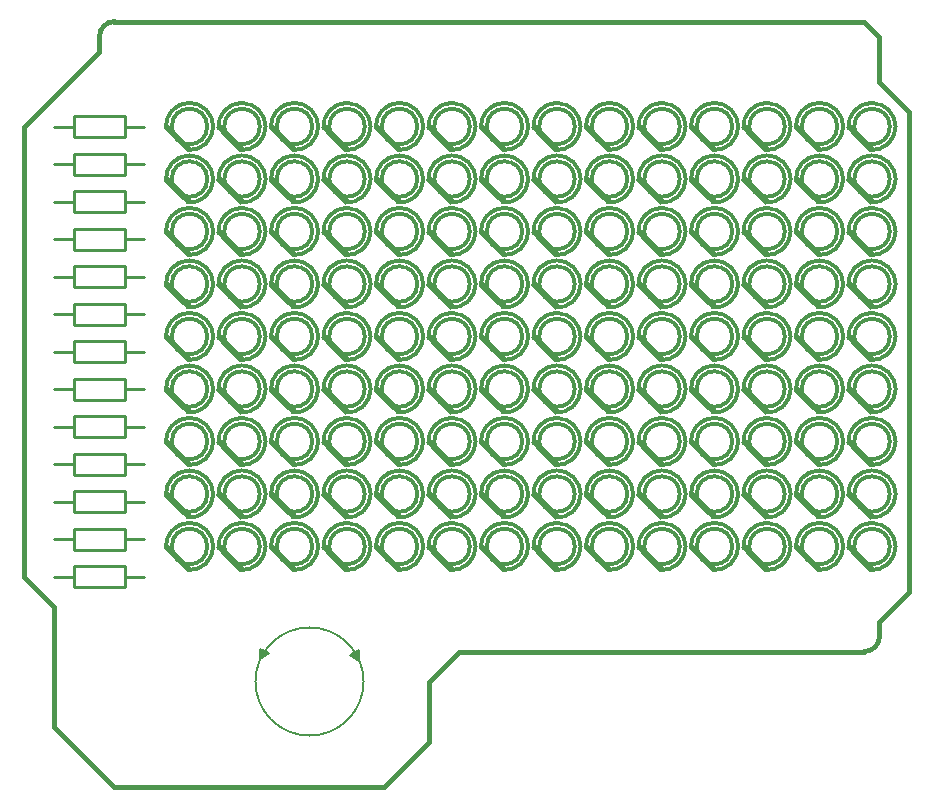
<source format=gbr>
G04 #@! TF.FileFunction,Legend,Top*
%FSLAX46Y46*%
G04 Gerber Fmt 4.6, Leading zero omitted, Abs format (unit mm)*
G04 Created by KiCad (PCBNEW 4.0.7) date 04/19/18 17:49:01*
%MOMM*%
%LPD*%
G01*
G04 APERTURE LIST*
%ADD10C,0.100000*%
%ADD11C,0.200000*%
%ADD12C,0.150000*%
%ADD13C,0.300000*%
%ADD14C,0.299720*%
%ADD15C,0.254000*%
%ADD16C,0.381000*%
G04 APERTURE END LIST*
D10*
D11*
X137929050Y-134620000D02*
G75*
G03X137929050Y-134620000I-4579050J0D01*
G01*
D12*
X136779000Y-132334000D02*
X137541000Y-132842000D01*
X137541000Y-131953000D02*
X136779000Y-132334000D01*
X137541000Y-132842000D02*
X137541000Y-131953000D01*
X137541000Y-132842000D02*
X137541000Y-131953000D01*
X137541000Y-131953000D02*
X136779000Y-132334000D01*
X136779000Y-132334000D02*
X137541000Y-132842000D01*
X136779000Y-132334000D02*
X137541000Y-132842000D01*
X137541000Y-131953000D02*
X136779000Y-132334000D01*
X137541000Y-132842000D02*
X137541000Y-131953000D01*
X137541000Y-132842000D02*
X137541000Y-131953000D01*
X137541000Y-131953000D02*
X136779000Y-132334000D01*
X136779000Y-132334000D02*
X137541000Y-132842000D01*
D13*
X137414000Y-132207000D02*
X137414000Y-132588000D01*
X137033000Y-132334000D02*
X137414000Y-132207000D01*
X137414000Y-132588000D02*
X137033000Y-132334000D01*
X129286000Y-132461000D02*
X129667000Y-132207000D01*
X129667000Y-132207000D02*
X129286000Y-132080000D01*
X129286000Y-132080000D02*
X129286000Y-132461000D01*
D12*
X129921000Y-132207000D02*
X129159000Y-132715000D01*
X129159000Y-131826000D02*
X129921000Y-132207000D01*
X129159000Y-132715000D02*
X129159000Y-131826000D01*
X129159000Y-132715000D02*
X129159000Y-131826000D01*
X129159000Y-131826000D02*
X129921000Y-132207000D01*
X129921000Y-132207000D02*
X129159000Y-132715000D01*
X129921000Y-132207000D02*
X129159000Y-132715000D01*
X129159000Y-131826000D02*
X129921000Y-132207000D01*
X129159000Y-132715000D02*
X129159000Y-131826000D01*
X129159000Y-132715000D02*
X129159000Y-131826000D01*
X129159000Y-131826000D02*
X129921000Y-132207000D01*
X129921000Y-132207000D02*
X129159000Y-132715000D01*
D14*
X123049908Y-125183617D02*
G75*
G03X125183617Y-123330092I140092J1993617D01*
G01*
X123069665Y-121187403D02*
G75*
G03X121187403Y-123310335I120335J-2002597D01*
G01*
X124603492Y-124603492D02*
G75*
G03X124603492Y-121776508I-1413492J1413492D01*
G01*
X124603492Y-121776508D02*
G75*
G03X121776508Y-121776508I-1413492J-1413492D01*
G01*
X121208955Y-123048112D02*
X123331888Y-125171045D01*
X121208955Y-123331888D02*
X123048112Y-125171045D01*
X124691140Y-123190000D02*
G75*
G03X124691140Y-123190000I-1501140J0D01*
G01*
X123049908Y-89623617D02*
G75*
G03X125183617Y-87770092I140092J1993617D01*
G01*
X123069665Y-85627403D02*
G75*
G03X121187403Y-87750335I120335J-2002597D01*
G01*
X124603492Y-89043492D02*
G75*
G03X124603492Y-86216508I-1413492J1413492D01*
G01*
X124603492Y-86216508D02*
G75*
G03X121776508Y-86216508I-1413492J-1413492D01*
G01*
X121208955Y-87488112D02*
X123331888Y-89611045D01*
X121208955Y-87771888D02*
X123048112Y-89611045D01*
X124691140Y-87630000D02*
G75*
G03X124691140Y-87630000I-1501140J0D01*
G01*
X127494908Y-89623617D02*
G75*
G03X129628617Y-87770092I140092J1993617D01*
G01*
X127514665Y-85627403D02*
G75*
G03X125632403Y-87750335I120335J-2002597D01*
G01*
X129048492Y-89043492D02*
G75*
G03X129048492Y-86216508I-1413492J1413492D01*
G01*
X129048492Y-86216508D02*
G75*
G03X126221508Y-86216508I-1413492J-1413492D01*
G01*
X125653955Y-87488112D02*
X127776888Y-89611045D01*
X125653955Y-87771888D02*
X127493112Y-89611045D01*
X129136140Y-87630000D02*
G75*
G03X129136140Y-87630000I-1501140J0D01*
G01*
X131939908Y-89623617D02*
G75*
G03X134073617Y-87770092I140092J1993617D01*
G01*
X131959665Y-85627403D02*
G75*
G03X130077403Y-87750335I120335J-2002597D01*
G01*
X133493492Y-89043492D02*
G75*
G03X133493492Y-86216508I-1413492J1413492D01*
G01*
X133493492Y-86216508D02*
G75*
G03X130666508Y-86216508I-1413492J-1413492D01*
G01*
X130098955Y-87488112D02*
X132221888Y-89611045D01*
X130098955Y-87771888D02*
X131938112Y-89611045D01*
X133581140Y-87630000D02*
G75*
G03X133581140Y-87630000I-1501140J0D01*
G01*
X136384908Y-89623617D02*
G75*
G03X138518617Y-87770092I140092J1993617D01*
G01*
X136404665Y-85627403D02*
G75*
G03X134522403Y-87750335I120335J-2002597D01*
G01*
X137938492Y-89043492D02*
G75*
G03X137938492Y-86216508I-1413492J1413492D01*
G01*
X137938492Y-86216508D02*
G75*
G03X135111508Y-86216508I-1413492J-1413492D01*
G01*
X134543955Y-87488112D02*
X136666888Y-89611045D01*
X134543955Y-87771888D02*
X136383112Y-89611045D01*
X138026140Y-87630000D02*
G75*
G03X138026140Y-87630000I-1501140J0D01*
G01*
X140829908Y-89623617D02*
G75*
G03X142963617Y-87770092I140092J1993617D01*
G01*
X140849665Y-85627403D02*
G75*
G03X138967403Y-87750335I120335J-2002597D01*
G01*
X142383492Y-89043492D02*
G75*
G03X142383492Y-86216508I-1413492J1413492D01*
G01*
X142383492Y-86216508D02*
G75*
G03X139556508Y-86216508I-1413492J-1413492D01*
G01*
X138988955Y-87488112D02*
X141111888Y-89611045D01*
X138988955Y-87771888D02*
X140828112Y-89611045D01*
X142471140Y-87630000D02*
G75*
G03X142471140Y-87630000I-1501140J0D01*
G01*
X145274908Y-89623617D02*
G75*
G03X147408617Y-87770092I140092J1993617D01*
G01*
X145294665Y-85627403D02*
G75*
G03X143412403Y-87750335I120335J-2002597D01*
G01*
X146828492Y-89043492D02*
G75*
G03X146828492Y-86216508I-1413492J1413492D01*
G01*
X146828492Y-86216508D02*
G75*
G03X144001508Y-86216508I-1413492J-1413492D01*
G01*
X143433955Y-87488112D02*
X145556888Y-89611045D01*
X143433955Y-87771888D02*
X145273112Y-89611045D01*
X146916140Y-87630000D02*
G75*
G03X146916140Y-87630000I-1501140J0D01*
G01*
X149719908Y-89623617D02*
G75*
G03X151853617Y-87770092I140092J1993617D01*
G01*
X149739665Y-85627403D02*
G75*
G03X147857403Y-87750335I120335J-2002597D01*
G01*
X151273492Y-89043492D02*
G75*
G03X151273492Y-86216508I-1413492J1413492D01*
G01*
X151273492Y-86216508D02*
G75*
G03X148446508Y-86216508I-1413492J-1413492D01*
G01*
X147878955Y-87488112D02*
X150001888Y-89611045D01*
X147878955Y-87771888D02*
X149718112Y-89611045D01*
X151361140Y-87630000D02*
G75*
G03X151361140Y-87630000I-1501140J0D01*
G01*
X154164908Y-89623617D02*
G75*
G03X156298617Y-87770092I140092J1993617D01*
G01*
X154184665Y-85627403D02*
G75*
G03X152302403Y-87750335I120335J-2002597D01*
G01*
X155718492Y-89043492D02*
G75*
G03X155718492Y-86216508I-1413492J1413492D01*
G01*
X155718492Y-86216508D02*
G75*
G03X152891508Y-86216508I-1413492J-1413492D01*
G01*
X152323955Y-87488112D02*
X154446888Y-89611045D01*
X152323955Y-87771888D02*
X154163112Y-89611045D01*
X155806140Y-87630000D02*
G75*
G03X155806140Y-87630000I-1501140J0D01*
G01*
X158609908Y-89623617D02*
G75*
G03X160743617Y-87770092I140092J1993617D01*
G01*
X158629665Y-85627403D02*
G75*
G03X156747403Y-87750335I120335J-2002597D01*
G01*
X160163492Y-89043492D02*
G75*
G03X160163492Y-86216508I-1413492J1413492D01*
G01*
X160163492Y-86216508D02*
G75*
G03X157336508Y-86216508I-1413492J-1413492D01*
G01*
X156768955Y-87488112D02*
X158891888Y-89611045D01*
X156768955Y-87771888D02*
X158608112Y-89611045D01*
X160251140Y-87630000D02*
G75*
G03X160251140Y-87630000I-1501140J0D01*
G01*
X163054908Y-89623617D02*
G75*
G03X165188617Y-87770092I140092J1993617D01*
G01*
X163074665Y-85627403D02*
G75*
G03X161192403Y-87750335I120335J-2002597D01*
G01*
X164608492Y-89043492D02*
G75*
G03X164608492Y-86216508I-1413492J1413492D01*
G01*
X164608492Y-86216508D02*
G75*
G03X161781508Y-86216508I-1413492J-1413492D01*
G01*
X161213955Y-87488112D02*
X163336888Y-89611045D01*
X161213955Y-87771888D02*
X163053112Y-89611045D01*
X164696140Y-87630000D02*
G75*
G03X164696140Y-87630000I-1501140J0D01*
G01*
X167499908Y-89623617D02*
G75*
G03X169633617Y-87770092I140092J1993617D01*
G01*
X167519665Y-85627403D02*
G75*
G03X165637403Y-87750335I120335J-2002597D01*
G01*
X169053492Y-89043492D02*
G75*
G03X169053492Y-86216508I-1413492J1413492D01*
G01*
X169053492Y-86216508D02*
G75*
G03X166226508Y-86216508I-1413492J-1413492D01*
G01*
X165658955Y-87488112D02*
X167781888Y-89611045D01*
X165658955Y-87771888D02*
X167498112Y-89611045D01*
X169141140Y-87630000D02*
G75*
G03X169141140Y-87630000I-1501140J0D01*
G01*
X171944908Y-89623617D02*
G75*
G03X174078617Y-87770092I140092J1993617D01*
G01*
X171964665Y-85627403D02*
G75*
G03X170082403Y-87750335I120335J-2002597D01*
G01*
X173498492Y-89043492D02*
G75*
G03X173498492Y-86216508I-1413492J1413492D01*
G01*
X173498492Y-86216508D02*
G75*
G03X170671508Y-86216508I-1413492J-1413492D01*
G01*
X170103955Y-87488112D02*
X172226888Y-89611045D01*
X170103955Y-87771888D02*
X171943112Y-89611045D01*
X173586140Y-87630000D02*
G75*
G03X173586140Y-87630000I-1501140J0D01*
G01*
X176389908Y-89623617D02*
G75*
G03X178523617Y-87770092I140092J1993617D01*
G01*
X176409665Y-85627403D02*
G75*
G03X174527403Y-87750335I120335J-2002597D01*
G01*
X177943492Y-89043492D02*
G75*
G03X177943492Y-86216508I-1413492J1413492D01*
G01*
X177943492Y-86216508D02*
G75*
G03X175116508Y-86216508I-1413492J-1413492D01*
G01*
X174548955Y-87488112D02*
X176671888Y-89611045D01*
X174548955Y-87771888D02*
X176388112Y-89611045D01*
X178031140Y-87630000D02*
G75*
G03X178031140Y-87630000I-1501140J0D01*
G01*
X180834908Y-89623617D02*
G75*
G03X182968617Y-87770092I140092J1993617D01*
G01*
X180854665Y-85627403D02*
G75*
G03X178972403Y-87750335I120335J-2002597D01*
G01*
X182388492Y-89043492D02*
G75*
G03X182388492Y-86216508I-1413492J1413492D01*
G01*
X182388492Y-86216508D02*
G75*
G03X179561508Y-86216508I-1413492J-1413492D01*
G01*
X178993955Y-87488112D02*
X181116888Y-89611045D01*
X178993955Y-87771888D02*
X180833112Y-89611045D01*
X182476140Y-87630000D02*
G75*
G03X182476140Y-87630000I-1501140J0D01*
G01*
X123049908Y-94068617D02*
G75*
G03X125183617Y-92215092I140092J1993617D01*
G01*
X123069665Y-90072403D02*
G75*
G03X121187403Y-92195335I120335J-2002597D01*
G01*
X124603492Y-93488492D02*
G75*
G03X124603492Y-90661508I-1413492J1413492D01*
G01*
X124603492Y-90661508D02*
G75*
G03X121776508Y-90661508I-1413492J-1413492D01*
G01*
X121208955Y-91933112D02*
X123331888Y-94056045D01*
X121208955Y-92216888D02*
X123048112Y-94056045D01*
X124691140Y-92075000D02*
G75*
G03X124691140Y-92075000I-1501140J0D01*
G01*
X127494908Y-94068617D02*
G75*
G03X129628617Y-92215092I140092J1993617D01*
G01*
X127514665Y-90072403D02*
G75*
G03X125632403Y-92195335I120335J-2002597D01*
G01*
X129048492Y-93488492D02*
G75*
G03X129048492Y-90661508I-1413492J1413492D01*
G01*
X129048492Y-90661508D02*
G75*
G03X126221508Y-90661508I-1413492J-1413492D01*
G01*
X125653955Y-91933112D02*
X127776888Y-94056045D01*
X125653955Y-92216888D02*
X127493112Y-94056045D01*
X129136140Y-92075000D02*
G75*
G03X129136140Y-92075000I-1501140J0D01*
G01*
X131939908Y-94068617D02*
G75*
G03X134073617Y-92215092I140092J1993617D01*
G01*
X131959665Y-90072403D02*
G75*
G03X130077403Y-92195335I120335J-2002597D01*
G01*
X133493492Y-93488492D02*
G75*
G03X133493492Y-90661508I-1413492J1413492D01*
G01*
X133493492Y-90661508D02*
G75*
G03X130666508Y-90661508I-1413492J-1413492D01*
G01*
X130098955Y-91933112D02*
X132221888Y-94056045D01*
X130098955Y-92216888D02*
X131938112Y-94056045D01*
X133581140Y-92075000D02*
G75*
G03X133581140Y-92075000I-1501140J0D01*
G01*
X136384908Y-94068617D02*
G75*
G03X138518617Y-92215092I140092J1993617D01*
G01*
X136404665Y-90072403D02*
G75*
G03X134522403Y-92195335I120335J-2002597D01*
G01*
X137938492Y-93488492D02*
G75*
G03X137938492Y-90661508I-1413492J1413492D01*
G01*
X137938492Y-90661508D02*
G75*
G03X135111508Y-90661508I-1413492J-1413492D01*
G01*
X134543955Y-91933112D02*
X136666888Y-94056045D01*
X134543955Y-92216888D02*
X136383112Y-94056045D01*
X138026140Y-92075000D02*
G75*
G03X138026140Y-92075000I-1501140J0D01*
G01*
X140829908Y-94068617D02*
G75*
G03X142963617Y-92215092I140092J1993617D01*
G01*
X140849665Y-90072403D02*
G75*
G03X138967403Y-92195335I120335J-2002597D01*
G01*
X142383492Y-93488492D02*
G75*
G03X142383492Y-90661508I-1413492J1413492D01*
G01*
X142383492Y-90661508D02*
G75*
G03X139556508Y-90661508I-1413492J-1413492D01*
G01*
X138988955Y-91933112D02*
X141111888Y-94056045D01*
X138988955Y-92216888D02*
X140828112Y-94056045D01*
X142471140Y-92075000D02*
G75*
G03X142471140Y-92075000I-1501140J0D01*
G01*
X145274908Y-94068617D02*
G75*
G03X147408617Y-92215092I140092J1993617D01*
G01*
X145294665Y-90072403D02*
G75*
G03X143412403Y-92195335I120335J-2002597D01*
G01*
X146828492Y-93488492D02*
G75*
G03X146828492Y-90661508I-1413492J1413492D01*
G01*
X146828492Y-90661508D02*
G75*
G03X144001508Y-90661508I-1413492J-1413492D01*
G01*
X143433955Y-91933112D02*
X145556888Y-94056045D01*
X143433955Y-92216888D02*
X145273112Y-94056045D01*
X146916140Y-92075000D02*
G75*
G03X146916140Y-92075000I-1501140J0D01*
G01*
X149719908Y-94068617D02*
G75*
G03X151853617Y-92215092I140092J1993617D01*
G01*
X149739665Y-90072403D02*
G75*
G03X147857403Y-92195335I120335J-2002597D01*
G01*
X151273492Y-93488492D02*
G75*
G03X151273492Y-90661508I-1413492J1413492D01*
G01*
X151273492Y-90661508D02*
G75*
G03X148446508Y-90661508I-1413492J-1413492D01*
G01*
X147878955Y-91933112D02*
X150001888Y-94056045D01*
X147878955Y-92216888D02*
X149718112Y-94056045D01*
X151361140Y-92075000D02*
G75*
G03X151361140Y-92075000I-1501140J0D01*
G01*
X154164908Y-94068617D02*
G75*
G03X156298617Y-92215092I140092J1993617D01*
G01*
X154184665Y-90072403D02*
G75*
G03X152302403Y-92195335I120335J-2002597D01*
G01*
X155718492Y-93488492D02*
G75*
G03X155718492Y-90661508I-1413492J1413492D01*
G01*
X155718492Y-90661508D02*
G75*
G03X152891508Y-90661508I-1413492J-1413492D01*
G01*
X152323955Y-91933112D02*
X154446888Y-94056045D01*
X152323955Y-92216888D02*
X154163112Y-94056045D01*
X155806140Y-92075000D02*
G75*
G03X155806140Y-92075000I-1501140J0D01*
G01*
X158609908Y-94068617D02*
G75*
G03X160743617Y-92215092I140092J1993617D01*
G01*
X158629665Y-90072403D02*
G75*
G03X156747403Y-92195335I120335J-2002597D01*
G01*
X160163492Y-93488492D02*
G75*
G03X160163492Y-90661508I-1413492J1413492D01*
G01*
X160163492Y-90661508D02*
G75*
G03X157336508Y-90661508I-1413492J-1413492D01*
G01*
X156768955Y-91933112D02*
X158891888Y-94056045D01*
X156768955Y-92216888D02*
X158608112Y-94056045D01*
X160251140Y-92075000D02*
G75*
G03X160251140Y-92075000I-1501140J0D01*
G01*
X163054908Y-94068617D02*
G75*
G03X165188617Y-92215092I140092J1993617D01*
G01*
X163074665Y-90072403D02*
G75*
G03X161192403Y-92195335I120335J-2002597D01*
G01*
X164608492Y-93488492D02*
G75*
G03X164608492Y-90661508I-1413492J1413492D01*
G01*
X164608492Y-90661508D02*
G75*
G03X161781508Y-90661508I-1413492J-1413492D01*
G01*
X161213955Y-91933112D02*
X163336888Y-94056045D01*
X161213955Y-92216888D02*
X163053112Y-94056045D01*
X164696140Y-92075000D02*
G75*
G03X164696140Y-92075000I-1501140J0D01*
G01*
X167499908Y-94068617D02*
G75*
G03X169633617Y-92215092I140092J1993617D01*
G01*
X167519665Y-90072403D02*
G75*
G03X165637403Y-92195335I120335J-2002597D01*
G01*
X169053492Y-93488492D02*
G75*
G03X169053492Y-90661508I-1413492J1413492D01*
G01*
X169053492Y-90661508D02*
G75*
G03X166226508Y-90661508I-1413492J-1413492D01*
G01*
X165658955Y-91933112D02*
X167781888Y-94056045D01*
X165658955Y-92216888D02*
X167498112Y-94056045D01*
X169141140Y-92075000D02*
G75*
G03X169141140Y-92075000I-1501140J0D01*
G01*
X171944908Y-94068617D02*
G75*
G03X174078617Y-92215092I140092J1993617D01*
G01*
X171964665Y-90072403D02*
G75*
G03X170082403Y-92195335I120335J-2002597D01*
G01*
X173498492Y-93488492D02*
G75*
G03X173498492Y-90661508I-1413492J1413492D01*
G01*
X173498492Y-90661508D02*
G75*
G03X170671508Y-90661508I-1413492J-1413492D01*
G01*
X170103955Y-91933112D02*
X172226888Y-94056045D01*
X170103955Y-92216888D02*
X171943112Y-94056045D01*
X173586140Y-92075000D02*
G75*
G03X173586140Y-92075000I-1501140J0D01*
G01*
X176389908Y-94068617D02*
G75*
G03X178523617Y-92215092I140092J1993617D01*
G01*
X176409665Y-90072403D02*
G75*
G03X174527403Y-92195335I120335J-2002597D01*
G01*
X177943492Y-93488492D02*
G75*
G03X177943492Y-90661508I-1413492J1413492D01*
G01*
X177943492Y-90661508D02*
G75*
G03X175116508Y-90661508I-1413492J-1413492D01*
G01*
X174548955Y-91933112D02*
X176671888Y-94056045D01*
X174548955Y-92216888D02*
X176388112Y-94056045D01*
X178031140Y-92075000D02*
G75*
G03X178031140Y-92075000I-1501140J0D01*
G01*
X180834908Y-94068617D02*
G75*
G03X182968617Y-92215092I140092J1993617D01*
G01*
X180854665Y-90072403D02*
G75*
G03X178972403Y-92195335I120335J-2002597D01*
G01*
X182388492Y-93488492D02*
G75*
G03X182388492Y-90661508I-1413492J1413492D01*
G01*
X182388492Y-90661508D02*
G75*
G03X179561508Y-90661508I-1413492J-1413492D01*
G01*
X178993955Y-91933112D02*
X181116888Y-94056045D01*
X178993955Y-92216888D02*
X180833112Y-94056045D01*
X182476140Y-92075000D02*
G75*
G03X182476140Y-92075000I-1501140J0D01*
G01*
X123049908Y-98513617D02*
G75*
G03X125183617Y-96660092I140092J1993617D01*
G01*
X123069665Y-94517403D02*
G75*
G03X121187403Y-96640335I120335J-2002597D01*
G01*
X124603492Y-97933492D02*
G75*
G03X124603492Y-95106508I-1413492J1413492D01*
G01*
X124603492Y-95106508D02*
G75*
G03X121776508Y-95106508I-1413492J-1413492D01*
G01*
X121208955Y-96378112D02*
X123331888Y-98501045D01*
X121208955Y-96661888D02*
X123048112Y-98501045D01*
X124691140Y-96520000D02*
G75*
G03X124691140Y-96520000I-1501140J0D01*
G01*
X127494908Y-98513617D02*
G75*
G03X129628617Y-96660092I140092J1993617D01*
G01*
X127514665Y-94517403D02*
G75*
G03X125632403Y-96640335I120335J-2002597D01*
G01*
X129048492Y-97933492D02*
G75*
G03X129048492Y-95106508I-1413492J1413492D01*
G01*
X129048492Y-95106508D02*
G75*
G03X126221508Y-95106508I-1413492J-1413492D01*
G01*
X125653955Y-96378112D02*
X127776888Y-98501045D01*
X125653955Y-96661888D02*
X127493112Y-98501045D01*
X129136140Y-96520000D02*
G75*
G03X129136140Y-96520000I-1501140J0D01*
G01*
X131939908Y-98513617D02*
G75*
G03X134073617Y-96660092I140092J1993617D01*
G01*
X131959665Y-94517403D02*
G75*
G03X130077403Y-96640335I120335J-2002597D01*
G01*
X133493492Y-97933492D02*
G75*
G03X133493492Y-95106508I-1413492J1413492D01*
G01*
X133493492Y-95106508D02*
G75*
G03X130666508Y-95106508I-1413492J-1413492D01*
G01*
X130098955Y-96378112D02*
X132221888Y-98501045D01*
X130098955Y-96661888D02*
X131938112Y-98501045D01*
X133581140Y-96520000D02*
G75*
G03X133581140Y-96520000I-1501140J0D01*
G01*
X136384908Y-98513617D02*
G75*
G03X138518617Y-96660092I140092J1993617D01*
G01*
X136404665Y-94517403D02*
G75*
G03X134522403Y-96640335I120335J-2002597D01*
G01*
X137938492Y-97933492D02*
G75*
G03X137938492Y-95106508I-1413492J1413492D01*
G01*
X137938492Y-95106508D02*
G75*
G03X135111508Y-95106508I-1413492J-1413492D01*
G01*
X134543955Y-96378112D02*
X136666888Y-98501045D01*
X134543955Y-96661888D02*
X136383112Y-98501045D01*
X138026140Y-96520000D02*
G75*
G03X138026140Y-96520000I-1501140J0D01*
G01*
X140829908Y-98513617D02*
G75*
G03X142963617Y-96660092I140092J1993617D01*
G01*
X140849665Y-94517403D02*
G75*
G03X138967403Y-96640335I120335J-2002597D01*
G01*
X142383492Y-97933492D02*
G75*
G03X142383492Y-95106508I-1413492J1413492D01*
G01*
X142383492Y-95106508D02*
G75*
G03X139556508Y-95106508I-1413492J-1413492D01*
G01*
X138988955Y-96378112D02*
X141111888Y-98501045D01*
X138988955Y-96661888D02*
X140828112Y-98501045D01*
X142471140Y-96520000D02*
G75*
G03X142471140Y-96520000I-1501140J0D01*
G01*
X145274908Y-98513617D02*
G75*
G03X147408617Y-96660092I140092J1993617D01*
G01*
X145294665Y-94517403D02*
G75*
G03X143412403Y-96640335I120335J-2002597D01*
G01*
X146828492Y-97933492D02*
G75*
G03X146828492Y-95106508I-1413492J1413492D01*
G01*
X146828492Y-95106508D02*
G75*
G03X144001508Y-95106508I-1413492J-1413492D01*
G01*
X143433955Y-96378112D02*
X145556888Y-98501045D01*
X143433955Y-96661888D02*
X145273112Y-98501045D01*
X146916140Y-96520000D02*
G75*
G03X146916140Y-96520000I-1501140J0D01*
G01*
X149719908Y-98513617D02*
G75*
G03X151853617Y-96660092I140092J1993617D01*
G01*
X149739665Y-94517403D02*
G75*
G03X147857403Y-96640335I120335J-2002597D01*
G01*
X151273492Y-97933492D02*
G75*
G03X151273492Y-95106508I-1413492J1413492D01*
G01*
X151273492Y-95106508D02*
G75*
G03X148446508Y-95106508I-1413492J-1413492D01*
G01*
X147878955Y-96378112D02*
X150001888Y-98501045D01*
X147878955Y-96661888D02*
X149718112Y-98501045D01*
X151361140Y-96520000D02*
G75*
G03X151361140Y-96520000I-1501140J0D01*
G01*
X154164908Y-98513617D02*
G75*
G03X156298617Y-96660092I140092J1993617D01*
G01*
X154184665Y-94517403D02*
G75*
G03X152302403Y-96640335I120335J-2002597D01*
G01*
X155718492Y-97933492D02*
G75*
G03X155718492Y-95106508I-1413492J1413492D01*
G01*
X155718492Y-95106508D02*
G75*
G03X152891508Y-95106508I-1413492J-1413492D01*
G01*
X152323955Y-96378112D02*
X154446888Y-98501045D01*
X152323955Y-96661888D02*
X154163112Y-98501045D01*
X155806140Y-96520000D02*
G75*
G03X155806140Y-96520000I-1501140J0D01*
G01*
X158609908Y-98513617D02*
G75*
G03X160743617Y-96660092I140092J1993617D01*
G01*
X158629665Y-94517403D02*
G75*
G03X156747403Y-96640335I120335J-2002597D01*
G01*
X160163492Y-97933492D02*
G75*
G03X160163492Y-95106508I-1413492J1413492D01*
G01*
X160163492Y-95106508D02*
G75*
G03X157336508Y-95106508I-1413492J-1413492D01*
G01*
X156768955Y-96378112D02*
X158891888Y-98501045D01*
X156768955Y-96661888D02*
X158608112Y-98501045D01*
X160251140Y-96520000D02*
G75*
G03X160251140Y-96520000I-1501140J0D01*
G01*
X163054908Y-98513617D02*
G75*
G03X165188617Y-96660092I140092J1993617D01*
G01*
X163074665Y-94517403D02*
G75*
G03X161192403Y-96640335I120335J-2002597D01*
G01*
X164608492Y-97933492D02*
G75*
G03X164608492Y-95106508I-1413492J1413492D01*
G01*
X164608492Y-95106508D02*
G75*
G03X161781508Y-95106508I-1413492J-1413492D01*
G01*
X161213955Y-96378112D02*
X163336888Y-98501045D01*
X161213955Y-96661888D02*
X163053112Y-98501045D01*
X164696140Y-96520000D02*
G75*
G03X164696140Y-96520000I-1501140J0D01*
G01*
X167499908Y-98513617D02*
G75*
G03X169633617Y-96660092I140092J1993617D01*
G01*
X167519665Y-94517403D02*
G75*
G03X165637403Y-96640335I120335J-2002597D01*
G01*
X169053492Y-97933492D02*
G75*
G03X169053492Y-95106508I-1413492J1413492D01*
G01*
X169053492Y-95106508D02*
G75*
G03X166226508Y-95106508I-1413492J-1413492D01*
G01*
X165658955Y-96378112D02*
X167781888Y-98501045D01*
X165658955Y-96661888D02*
X167498112Y-98501045D01*
X169141140Y-96520000D02*
G75*
G03X169141140Y-96520000I-1501140J0D01*
G01*
X171944908Y-98513617D02*
G75*
G03X174078617Y-96660092I140092J1993617D01*
G01*
X171964665Y-94517403D02*
G75*
G03X170082403Y-96640335I120335J-2002597D01*
G01*
X173498492Y-97933492D02*
G75*
G03X173498492Y-95106508I-1413492J1413492D01*
G01*
X173498492Y-95106508D02*
G75*
G03X170671508Y-95106508I-1413492J-1413492D01*
G01*
X170103955Y-96378112D02*
X172226888Y-98501045D01*
X170103955Y-96661888D02*
X171943112Y-98501045D01*
X173586140Y-96520000D02*
G75*
G03X173586140Y-96520000I-1501140J0D01*
G01*
X176389908Y-98513617D02*
G75*
G03X178523617Y-96660092I140092J1993617D01*
G01*
X176409665Y-94517403D02*
G75*
G03X174527403Y-96640335I120335J-2002597D01*
G01*
X177943492Y-97933492D02*
G75*
G03X177943492Y-95106508I-1413492J1413492D01*
G01*
X177943492Y-95106508D02*
G75*
G03X175116508Y-95106508I-1413492J-1413492D01*
G01*
X174548955Y-96378112D02*
X176671888Y-98501045D01*
X174548955Y-96661888D02*
X176388112Y-98501045D01*
X178031140Y-96520000D02*
G75*
G03X178031140Y-96520000I-1501140J0D01*
G01*
X180834908Y-98513617D02*
G75*
G03X182968617Y-96660092I140092J1993617D01*
G01*
X180854665Y-94517403D02*
G75*
G03X178972403Y-96640335I120335J-2002597D01*
G01*
X182388492Y-97933492D02*
G75*
G03X182388492Y-95106508I-1413492J1413492D01*
G01*
X182388492Y-95106508D02*
G75*
G03X179561508Y-95106508I-1413492J-1413492D01*
G01*
X178993955Y-96378112D02*
X181116888Y-98501045D01*
X178993955Y-96661888D02*
X180833112Y-98501045D01*
X182476140Y-96520000D02*
G75*
G03X182476140Y-96520000I-1501140J0D01*
G01*
X123049908Y-102958617D02*
G75*
G03X125183617Y-101105092I140092J1993617D01*
G01*
X123069665Y-98962403D02*
G75*
G03X121187403Y-101085335I120335J-2002597D01*
G01*
X124603492Y-102378492D02*
G75*
G03X124603492Y-99551508I-1413492J1413492D01*
G01*
X124603492Y-99551508D02*
G75*
G03X121776508Y-99551508I-1413492J-1413492D01*
G01*
X121208955Y-100823112D02*
X123331888Y-102946045D01*
X121208955Y-101106888D02*
X123048112Y-102946045D01*
X124691140Y-100965000D02*
G75*
G03X124691140Y-100965000I-1501140J0D01*
G01*
X127494908Y-102958617D02*
G75*
G03X129628617Y-101105092I140092J1993617D01*
G01*
X127514665Y-98962403D02*
G75*
G03X125632403Y-101085335I120335J-2002597D01*
G01*
X129048492Y-102378492D02*
G75*
G03X129048492Y-99551508I-1413492J1413492D01*
G01*
X129048492Y-99551508D02*
G75*
G03X126221508Y-99551508I-1413492J-1413492D01*
G01*
X125653955Y-100823112D02*
X127776888Y-102946045D01*
X125653955Y-101106888D02*
X127493112Y-102946045D01*
X129136140Y-100965000D02*
G75*
G03X129136140Y-100965000I-1501140J0D01*
G01*
X131939908Y-102958617D02*
G75*
G03X134073617Y-101105092I140092J1993617D01*
G01*
X131959665Y-98962403D02*
G75*
G03X130077403Y-101085335I120335J-2002597D01*
G01*
X133493492Y-102378492D02*
G75*
G03X133493492Y-99551508I-1413492J1413492D01*
G01*
X133493492Y-99551508D02*
G75*
G03X130666508Y-99551508I-1413492J-1413492D01*
G01*
X130098955Y-100823112D02*
X132221888Y-102946045D01*
X130098955Y-101106888D02*
X131938112Y-102946045D01*
X133581140Y-100965000D02*
G75*
G03X133581140Y-100965000I-1501140J0D01*
G01*
X136384908Y-102958617D02*
G75*
G03X138518617Y-101105092I140092J1993617D01*
G01*
X136404665Y-98962403D02*
G75*
G03X134522403Y-101085335I120335J-2002597D01*
G01*
X137938492Y-102378492D02*
G75*
G03X137938492Y-99551508I-1413492J1413492D01*
G01*
X137938492Y-99551508D02*
G75*
G03X135111508Y-99551508I-1413492J-1413492D01*
G01*
X134543955Y-100823112D02*
X136666888Y-102946045D01*
X134543955Y-101106888D02*
X136383112Y-102946045D01*
X138026140Y-100965000D02*
G75*
G03X138026140Y-100965000I-1501140J0D01*
G01*
X140829908Y-102958617D02*
G75*
G03X142963617Y-101105092I140092J1993617D01*
G01*
X140849665Y-98962403D02*
G75*
G03X138967403Y-101085335I120335J-2002597D01*
G01*
X142383492Y-102378492D02*
G75*
G03X142383492Y-99551508I-1413492J1413492D01*
G01*
X142383492Y-99551508D02*
G75*
G03X139556508Y-99551508I-1413492J-1413492D01*
G01*
X138988955Y-100823112D02*
X141111888Y-102946045D01*
X138988955Y-101106888D02*
X140828112Y-102946045D01*
X142471140Y-100965000D02*
G75*
G03X142471140Y-100965000I-1501140J0D01*
G01*
X145274908Y-102958617D02*
G75*
G03X147408617Y-101105092I140092J1993617D01*
G01*
X145294665Y-98962403D02*
G75*
G03X143412403Y-101085335I120335J-2002597D01*
G01*
X146828492Y-102378492D02*
G75*
G03X146828492Y-99551508I-1413492J1413492D01*
G01*
X146828492Y-99551508D02*
G75*
G03X144001508Y-99551508I-1413492J-1413492D01*
G01*
X143433955Y-100823112D02*
X145556888Y-102946045D01*
X143433955Y-101106888D02*
X145273112Y-102946045D01*
X146916140Y-100965000D02*
G75*
G03X146916140Y-100965000I-1501140J0D01*
G01*
X149719908Y-102958617D02*
G75*
G03X151853617Y-101105092I140092J1993617D01*
G01*
X149739665Y-98962403D02*
G75*
G03X147857403Y-101085335I120335J-2002597D01*
G01*
X151273492Y-102378492D02*
G75*
G03X151273492Y-99551508I-1413492J1413492D01*
G01*
X151273492Y-99551508D02*
G75*
G03X148446508Y-99551508I-1413492J-1413492D01*
G01*
X147878955Y-100823112D02*
X150001888Y-102946045D01*
X147878955Y-101106888D02*
X149718112Y-102946045D01*
X151361140Y-100965000D02*
G75*
G03X151361140Y-100965000I-1501140J0D01*
G01*
X154164908Y-102958617D02*
G75*
G03X156298617Y-101105092I140092J1993617D01*
G01*
X154184665Y-98962403D02*
G75*
G03X152302403Y-101085335I120335J-2002597D01*
G01*
X155718492Y-102378492D02*
G75*
G03X155718492Y-99551508I-1413492J1413492D01*
G01*
X155718492Y-99551508D02*
G75*
G03X152891508Y-99551508I-1413492J-1413492D01*
G01*
X152323955Y-100823112D02*
X154446888Y-102946045D01*
X152323955Y-101106888D02*
X154163112Y-102946045D01*
X155806140Y-100965000D02*
G75*
G03X155806140Y-100965000I-1501140J0D01*
G01*
X158609908Y-102958617D02*
G75*
G03X160743617Y-101105092I140092J1993617D01*
G01*
X158629665Y-98962403D02*
G75*
G03X156747403Y-101085335I120335J-2002597D01*
G01*
X160163492Y-102378492D02*
G75*
G03X160163492Y-99551508I-1413492J1413492D01*
G01*
X160163492Y-99551508D02*
G75*
G03X157336508Y-99551508I-1413492J-1413492D01*
G01*
X156768955Y-100823112D02*
X158891888Y-102946045D01*
X156768955Y-101106888D02*
X158608112Y-102946045D01*
X160251140Y-100965000D02*
G75*
G03X160251140Y-100965000I-1501140J0D01*
G01*
X163054908Y-102958617D02*
G75*
G03X165188617Y-101105092I140092J1993617D01*
G01*
X163074665Y-98962403D02*
G75*
G03X161192403Y-101085335I120335J-2002597D01*
G01*
X164608492Y-102378492D02*
G75*
G03X164608492Y-99551508I-1413492J1413492D01*
G01*
X164608492Y-99551508D02*
G75*
G03X161781508Y-99551508I-1413492J-1413492D01*
G01*
X161213955Y-100823112D02*
X163336888Y-102946045D01*
X161213955Y-101106888D02*
X163053112Y-102946045D01*
X164696140Y-100965000D02*
G75*
G03X164696140Y-100965000I-1501140J0D01*
G01*
X167499908Y-102958617D02*
G75*
G03X169633617Y-101105092I140092J1993617D01*
G01*
X167519665Y-98962403D02*
G75*
G03X165637403Y-101085335I120335J-2002597D01*
G01*
X169053492Y-102378492D02*
G75*
G03X169053492Y-99551508I-1413492J1413492D01*
G01*
X169053492Y-99551508D02*
G75*
G03X166226508Y-99551508I-1413492J-1413492D01*
G01*
X165658955Y-100823112D02*
X167781888Y-102946045D01*
X165658955Y-101106888D02*
X167498112Y-102946045D01*
X169141140Y-100965000D02*
G75*
G03X169141140Y-100965000I-1501140J0D01*
G01*
X171944908Y-102958617D02*
G75*
G03X174078617Y-101105092I140092J1993617D01*
G01*
X171964665Y-98962403D02*
G75*
G03X170082403Y-101085335I120335J-2002597D01*
G01*
X173498492Y-102378492D02*
G75*
G03X173498492Y-99551508I-1413492J1413492D01*
G01*
X173498492Y-99551508D02*
G75*
G03X170671508Y-99551508I-1413492J-1413492D01*
G01*
X170103955Y-100823112D02*
X172226888Y-102946045D01*
X170103955Y-101106888D02*
X171943112Y-102946045D01*
X173586140Y-100965000D02*
G75*
G03X173586140Y-100965000I-1501140J0D01*
G01*
X176389908Y-102958617D02*
G75*
G03X178523617Y-101105092I140092J1993617D01*
G01*
X176409665Y-98962403D02*
G75*
G03X174527403Y-101085335I120335J-2002597D01*
G01*
X177943492Y-102378492D02*
G75*
G03X177943492Y-99551508I-1413492J1413492D01*
G01*
X177943492Y-99551508D02*
G75*
G03X175116508Y-99551508I-1413492J-1413492D01*
G01*
X174548955Y-100823112D02*
X176671888Y-102946045D01*
X174548955Y-101106888D02*
X176388112Y-102946045D01*
X178031140Y-100965000D02*
G75*
G03X178031140Y-100965000I-1501140J0D01*
G01*
X180834908Y-102958617D02*
G75*
G03X182968617Y-101105092I140092J1993617D01*
G01*
X180854665Y-98962403D02*
G75*
G03X178972403Y-101085335I120335J-2002597D01*
G01*
X182388492Y-102378492D02*
G75*
G03X182388492Y-99551508I-1413492J1413492D01*
G01*
X182388492Y-99551508D02*
G75*
G03X179561508Y-99551508I-1413492J-1413492D01*
G01*
X178993955Y-100823112D02*
X181116888Y-102946045D01*
X178993955Y-101106888D02*
X180833112Y-102946045D01*
X182476140Y-100965000D02*
G75*
G03X182476140Y-100965000I-1501140J0D01*
G01*
X123049908Y-107403617D02*
G75*
G03X125183617Y-105550092I140092J1993617D01*
G01*
X123069665Y-103407403D02*
G75*
G03X121187403Y-105530335I120335J-2002597D01*
G01*
X124603492Y-106823492D02*
G75*
G03X124603492Y-103996508I-1413492J1413492D01*
G01*
X124603492Y-103996508D02*
G75*
G03X121776508Y-103996508I-1413492J-1413492D01*
G01*
X121208955Y-105268112D02*
X123331888Y-107391045D01*
X121208955Y-105551888D02*
X123048112Y-107391045D01*
X124691140Y-105410000D02*
G75*
G03X124691140Y-105410000I-1501140J0D01*
G01*
X127494908Y-107403617D02*
G75*
G03X129628617Y-105550092I140092J1993617D01*
G01*
X127514665Y-103407403D02*
G75*
G03X125632403Y-105530335I120335J-2002597D01*
G01*
X129048492Y-106823492D02*
G75*
G03X129048492Y-103996508I-1413492J1413492D01*
G01*
X129048492Y-103996508D02*
G75*
G03X126221508Y-103996508I-1413492J-1413492D01*
G01*
X125653955Y-105268112D02*
X127776888Y-107391045D01*
X125653955Y-105551888D02*
X127493112Y-107391045D01*
X129136140Y-105410000D02*
G75*
G03X129136140Y-105410000I-1501140J0D01*
G01*
X131939908Y-107403617D02*
G75*
G03X134073617Y-105550092I140092J1993617D01*
G01*
X131959665Y-103407403D02*
G75*
G03X130077403Y-105530335I120335J-2002597D01*
G01*
X133493492Y-106823492D02*
G75*
G03X133493492Y-103996508I-1413492J1413492D01*
G01*
X133493492Y-103996508D02*
G75*
G03X130666508Y-103996508I-1413492J-1413492D01*
G01*
X130098955Y-105268112D02*
X132221888Y-107391045D01*
X130098955Y-105551888D02*
X131938112Y-107391045D01*
X133581140Y-105410000D02*
G75*
G03X133581140Y-105410000I-1501140J0D01*
G01*
X136384908Y-107403617D02*
G75*
G03X138518617Y-105550092I140092J1993617D01*
G01*
X136404665Y-103407403D02*
G75*
G03X134522403Y-105530335I120335J-2002597D01*
G01*
X137938492Y-106823492D02*
G75*
G03X137938492Y-103996508I-1413492J1413492D01*
G01*
X137938492Y-103996508D02*
G75*
G03X135111508Y-103996508I-1413492J-1413492D01*
G01*
X134543955Y-105268112D02*
X136666888Y-107391045D01*
X134543955Y-105551888D02*
X136383112Y-107391045D01*
X138026140Y-105410000D02*
G75*
G03X138026140Y-105410000I-1501140J0D01*
G01*
X140829908Y-107403617D02*
G75*
G03X142963617Y-105550092I140092J1993617D01*
G01*
X140849665Y-103407403D02*
G75*
G03X138967403Y-105530335I120335J-2002597D01*
G01*
X142383492Y-106823492D02*
G75*
G03X142383492Y-103996508I-1413492J1413492D01*
G01*
X142383492Y-103996508D02*
G75*
G03X139556508Y-103996508I-1413492J-1413492D01*
G01*
X138988955Y-105268112D02*
X141111888Y-107391045D01*
X138988955Y-105551888D02*
X140828112Y-107391045D01*
X142471140Y-105410000D02*
G75*
G03X142471140Y-105410000I-1501140J0D01*
G01*
X145274908Y-107403617D02*
G75*
G03X147408617Y-105550092I140092J1993617D01*
G01*
X145294665Y-103407403D02*
G75*
G03X143412403Y-105530335I120335J-2002597D01*
G01*
X146828492Y-106823492D02*
G75*
G03X146828492Y-103996508I-1413492J1413492D01*
G01*
X146828492Y-103996508D02*
G75*
G03X144001508Y-103996508I-1413492J-1413492D01*
G01*
X143433955Y-105268112D02*
X145556888Y-107391045D01*
X143433955Y-105551888D02*
X145273112Y-107391045D01*
X146916140Y-105410000D02*
G75*
G03X146916140Y-105410000I-1501140J0D01*
G01*
X149719908Y-107403617D02*
G75*
G03X151853617Y-105550092I140092J1993617D01*
G01*
X149739665Y-103407403D02*
G75*
G03X147857403Y-105530335I120335J-2002597D01*
G01*
X151273492Y-106823492D02*
G75*
G03X151273492Y-103996508I-1413492J1413492D01*
G01*
X151273492Y-103996508D02*
G75*
G03X148446508Y-103996508I-1413492J-1413492D01*
G01*
X147878955Y-105268112D02*
X150001888Y-107391045D01*
X147878955Y-105551888D02*
X149718112Y-107391045D01*
X151361140Y-105410000D02*
G75*
G03X151361140Y-105410000I-1501140J0D01*
G01*
X154164908Y-107403617D02*
G75*
G03X156298617Y-105550092I140092J1993617D01*
G01*
X154184665Y-103407403D02*
G75*
G03X152302403Y-105530335I120335J-2002597D01*
G01*
X155718492Y-106823492D02*
G75*
G03X155718492Y-103996508I-1413492J1413492D01*
G01*
X155718492Y-103996508D02*
G75*
G03X152891508Y-103996508I-1413492J-1413492D01*
G01*
X152323955Y-105268112D02*
X154446888Y-107391045D01*
X152323955Y-105551888D02*
X154163112Y-107391045D01*
X155806140Y-105410000D02*
G75*
G03X155806140Y-105410000I-1501140J0D01*
G01*
X158609908Y-107403617D02*
G75*
G03X160743617Y-105550092I140092J1993617D01*
G01*
X158629665Y-103407403D02*
G75*
G03X156747403Y-105530335I120335J-2002597D01*
G01*
X160163492Y-106823492D02*
G75*
G03X160163492Y-103996508I-1413492J1413492D01*
G01*
X160163492Y-103996508D02*
G75*
G03X157336508Y-103996508I-1413492J-1413492D01*
G01*
X156768955Y-105268112D02*
X158891888Y-107391045D01*
X156768955Y-105551888D02*
X158608112Y-107391045D01*
X160251140Y-105410000D02*
G75*
G03X160251140Y-105410000I-1501140J0D01*
G01*
X163054908Y-107403617D02*
G75*
G03X165188617Y-105550092I140092J1993617D01*
G01*
X163074665Y-103407403D02*
G75*
G03X161192403Y-105530335I120335J-2002597D01*
G01*
X164608492Y-106823492D02*
G75*
G03X164608492Y-103996508I-1413492J1413492D01*
G01*
X164608492Y-103996508D02*
G75*
G03X161781508Y-103996508I-1413492J-1413492D01*
G01*
X161213955Y-105268112D02*
X163336888Y-107391045D01*
X161213955Y-105551888D02*
X163053112Y-107391045D01*
X164696140Y-105410000D02*
G75*
G03X164696140Y-105410000I-1501140J0D01*
G01*
X167499908Y-107403617D02*
G75*
G03X169633617Y-105550092I140092J1993617D01*
G01*
X167519665Y-103407403D02*
G75*
G03X165637403Y-105530335I120335J-2002597D01*
G01*
X169053492Y-106823492D02*
G75*
G03X169053492Y-103996508I-1413492J1413492D01*
G01*
X169053492Y-103996508D02*
G75*
G03X166226508Y-103996508I-1413492J-1413492D01*
G01*
X165658955Y-105268112D02*
X167781888Y-107391045D01*
X165658955Y-105551888D02*
X167498112Y-107391045D01*
X169141140Y-105410000D02*
G75*
G03X169141140Y-105410000I-1501140J0D01*
G01*
X171944908Y-107403617D02*
G75*
G03X174078617Y-105550092I140092J1993617D01*
G01*
X171964665Y-103407403D02*
G75*
G03X170082403Y-105530335I120335J-2002597D01*
G01*
X173498492Y-106823492D02*
G75*
G03X173498492Y-103996508I-1413492J1413492D01*
G01*
X173498492Y-103996508D02*
G75*
G03X170671508Y-103996508I-1413492J-1413492D01*
G01*
X170103955Y-105268112D02*
X172226888Y-107391045D01*
X170103955Y-105551888D02*
X171943112Y-107391045D01*
X173586140Y-105410000D02*
G75*
G03X173586140Y-105410000I-1501140J0D01*
G01*
X176389908Y-107403617D02*
G75*
G03X178523617Y-105550092I140092J1993617D01*
G01*
X176409665Y-103407403D02*
G75*
G03X174527403Y-105530335I120335J-2002597D01*
G01*
X177943492Y-106823492D02*
G75*
G03X177943492Y-103996508I-1413492J1413492D01*
G01*
X177943492Y-103996508D02*
G75*
G03X175116508Y-103996508I-1413492J-1413492D01*
G01*
X174548955Y-105268112D02*
X176671888Y-107391045D01*
X174548955Y-105551888D02*
X176388112Y-107391045D01*
X178031140Y-105410000D02*
G75*
G03X178031140Y-105410000I-1501140J0D01*
G01*
X180834908Y-107403617D02*
G75*
G03X182968617Y-105550092I140092J1993617D01*
G01*
X180854665Y-103407403D02*
G75*
G03X178972403Y-105530335I120335J-2002597D01*
G01*
X182388492Y-106823492D02*
G75*
G03X182388492Y-103996508I-1413492J1413492D01*
G01*
X182388492Y-103996508D02*
G75*
G03X179561508Y-103996508I-1413492J-1413492D01*
G01*
X178993955Y-105268112D02*
X181116888Y-107391045D01*
X178993955Y-105551888D02*
X180833112Y-107391045D01*
X182476140Y-105410000D02*
G75*
G03X182476140Y-105410000I-1501140J0D01*
G01*
X123049908Y-111848617D02*
G75*
G03X125183617Y-109995092I140092J1993617D01*
G01*
X123069665Y-107852403D02*
G75*
G03X121187403Y-109975335I120335J-2002597D01*
G01*
X124603492Y-111268492D02*
G75*
G03X124603492Y-108441508I-1413492J1413492D01*
G01*
X124603492Y-108441508D02*
G75*
G03X121776508Y-108441508I-1413492J-1413492D01*
G01*
X121208955Y-109713112D02*
X123331888Y-111836045D01*
X121208955Y-109996888D02*
X123048112Y-111836045D01*
X124691140Y-109855000D02*
G75*
G03X124691140Y-109855000I-1501140J0D01*
G01*
X127494908Y-111848617D02*
G75*
G03X129628617Y-109995092I140092J1993617D01*
G01*
X127514665Y-107852403D02*
G75*
G03X125632403Y-109975335I120335J-2002597D01*
G01*
X129048492Y-111268492D02*
G75*
G03X129048492Y-108441508I-1413492J1413492D01*
G01*
X129048492Y-108441508D02*
G75*
G03X126221508Y-108441508I-1413492J-1413492D01*
G01*
X125653955Y-109713112D02*
X127776888Y-111836045D01*
X125653955Y-109996888D02*
X127493112Y-111836045D01*
X129136140Y-109855000D02*
G75*
G03X129136140Y-109855000I-1501140J0D01*
G01*
X131939908Y-111848617D02*
G75*
G03X134073617Y-109995092I140092J1993617D01*
G01*
X131959665Y-107852403D02*
G75*
G03X130077403Y-109975335I120335J-2002597D01*
G01*
X133493492Y-111268492D02*
G75*
G03X133493492Y-108441508I-1413492J1413492D01*
G01*
X133493492Y-108441508D02*
G75*
G03X130666508Y-108441508I-1413492J-1413492D01*
G01*
X130098955Y-109713112D02*
X132221888Y-111836045D01*
X130098955Y-109996888D02*
X131938112Y-111836045D01*
X133581140Y-109855000D02*
G75*
G03X133581140Y-109855000I-1501140J0D01*
G01*
X136384908Y-111848617D02*
G75*
G03X138518617Y-109995092I140092J1993617D01*
G01*
X136404665Y-107852403D02*
G75*
G03X134522403Y-109975335I120335J-2002597D01*
G01*
X137938492Y-111268492D02*
G75*
G03X137938492Y-108441508I-1413492J1413492D01*
G01*
X137938492Y-108441508D02*
G75*
G03X135111508Y-108441508I-1413492J-1413492D01*
G01*
X134543955Y-109713112D02*
X136666888Y-111836045D01*
X134543955Y-109996888D02*
X136383112Y-111836045D01*
X138026140Y-109855000D02*
G75*
G03X138026140Y-109855000I-1501140J0D01*
G01*
X140829908Y-111848617D02*
G75*
G03X142963617Y-109995092I140092J1993617D01*
G01*
X140849665Y-107852403D02*
G75*
G03X138967403Y-109975335I120335J-2002597D01*
G01*
X142383492Y-111268492D02*
G75*
G03X142383492Y-108441508I-1413492J1413492D01*
G01*
X142383492Y-108441508D02*
G75*
G03X139556508Y-108441508I-1413492J-1413492D01*
G01*
X138988955Y-109713112D02*
X141111888Y-111836045D01*
X138988955Y-109996888D02*
X140828112Y-111836045D01*
X142471140Y-109855000D02*
G75*
G03X142471140Y-109855000I-1501140J0D01*
G01*
X145274908Y-111848617D02*
G75*
G03X147408617Y-109995092I140092J1993617D01*
G01*
X145294665Y-107852403D02*
G75*
G03X143412403Y-109975335I120335J-2002597D01*
G01*
X146828492Y-111268492D02*
G75*
G03X146828492Y-108441508I-1413492J1413492D01*
G01*
X146828492Y-108441508D02*
G75*
G03X144001508Y-108441508I-1413492J-1413492D01*
G01*
X143433955Y-109713112D02*
X145556888Y-111836045D01*
X143433955Y-109996888D02*
X145273112Y-111836045D01*
X146916140Y-109855000D02*
G75*
G03X146916140Y-109855000I-1501140J0D01*
G01*
X149719908Y-111848617D02*
G75*
G03X151853617Y-109995092I140092J1993617D01*
G01*
X149739665Y-107852403D02*
G75*
G03X147857403Y-109975335I120335J-2002597D01*
G01*
X151273492Y-111268492D02*
G75*
G03X151273492Y-108441508I-1413492J1413492D01*
G01*
X151273492Y-108441508D02*
G75*
G03X148446508Y-108441508I-1413492J-1413492D01*
G01*
X147878955Y-109713112D02*
X150001888Y-111836045D01*
X147878955Y-109996888D02*
X149718112Y-111836045D01*
X151361140Y-109855000D02*
G75*
G03X151361140Y-109855000I-1501140J0D01*
G01*
X154164908Y-111848617D02*
G75*
G03X156298617Y-109995092I140092J1993617D01*
G01*
X154184665Y-107852403D02*
G75*
G03X152302403Y-109975335I120335J-2002597D01*
G01*
X155718492Y-111268492D02*
G75*
G03X155718492Y-108441508I-1413492J1413492D01*
G01*
X155718492Y-108441508D02*
G75*
G03X152891508Y-108441508I-1413492J-1413492D01*
G01*
X152323955Y-109713112D02*
X154446888Y-111836045D01*
X152323955Y-109996888D02*
X154163112Y-111836045D01*
X155806140Y-109855000D02*
G75*
G03X155806140Y-109855000I-1501140J0D01*
G01*
X158609908Y-111848617D02*
G75*
G03X160743617Y-109995092I140092J1993617D01*
G01*
X158629665Y-107852403D02*
G75*
G03X156747403Y-109975335I120335J-2002597D01*
G01*
X160163492Y-111268492D02*
G75*
G03X160163492Y-108441508I-1413492J1413492D01*
G01*
X160163492Y-108441508D02*
G75*
G03X157336508Y-108441508I-1413492J-1413492D01*
G01*
X156768955Y-109713112D02*
X158891888Y-111836045D01*
X156768955Y-109996888D02*
X158608112Y-111836045D01*
X160251140Y-109855000D02*
G75*
G03X160251140Y-109855000I-1501140J0D01*
G01*
X163054908Y-111848617D02*
G75*
G03X165188617Y-109995092I140092J1993617D01*
G01*
X163074665Y-107852403D02*
G75*
G03X161192403Y-109975335I120335J-2002597D01*
G01*
X164608492Y-111268492D02*
G75*
G03X164608492Y-108441508I-1413492J1413492D01*
G01*
X164608492Y-108441508D02*
G75*
G03X161781508Y-108441508I-1413492J-1413492D01*
G01*
X161213955Y-109713112D02*
X163336888Y-111836045D01*
X161213955Y-109996888D02*
X163053112Y-111836045D01*
X164696140Y-109855000D02*
G75*
G03X164696140Y-109855000I-1501140J0D01*
G01*
X167499908Y-111848617D02*
G75*
G03X169633617Y-109995092I140092J1993617D01*
G01*
X167519665Y-107852403D02*
G75*
G03X165637403Y-109975335I120335J-2002597D01*
G01*
X169053492Y-111268492D02*
G75*
G03X169053492Y-108441508I-1413492J1413492D01*
G01*
X169053492Y-108441508D02*
G75*
G03X166226508Y-108441508I-1413492J-1413492D01*
G01*
X165658955Y-109713112D02*
X167781888Y-111836045D01*
X165658955Y-109996888D02*
X167498112Y-111836045D01*
X169141140Y-109855000D02*
G75*
G03X169141140Y-109855000I-1501140J0D01*
G01*
X171944908Y-111848617D02*
G75*
G03X174078617Y-109995092I140092J1993617D01*
G01*
X171964665Y-107852403D02*
G75*
G03X170082403Y-109975335I120335J-2002597D01*
G01*
X173498492Y-111268492D02*
G75*
G03X173498492Y-108441508I-1413492J1413492D01*
G01*
X173498492Y-108441508D02*
G75*
G03X170671508Y-108441508I-1413492J-1413492D01*
G01*
X170103955Y-109713112D02*
X172226888Y-111836045D01*
X170103955Y-109996888D02*
X171943112Y-111836045D01*
X173586140Y-109855000D02*
G75*
G03X173586140Y-109855000I-1501140J0D01*
G01*
X176389908Y-111848617D02*
G75*
G03X178523617Y-109995092I140092J1993617D01*
G01*
X176409665Y-107852403D02*
G75*
G03X174527403Y-109975335I120335J-2002597D01*
G01*
X177943492Y-111268492D02*
G75*
G03X177943492Y-108441508I-1413492J1413492D01*
G01*
X177943492Y-108441508D02*
G75*
G03X175116508Y-108441508I-1413492J-1413492D01*
G01*
X174548955Y-109713112D02*
X176671888Y-111836045D01*
X174548955Y-109996888D02*
X176388112Y-111836045D01*
X178031140Y-109855000D02*
G75*
G03X178031140Y-109855000I-1501140J0D01*
G01*
X180834908Y-111848617D02*
G75*
G03X182968617Y-109995092I140092J1993617D01*
G01*
X180854665Y-107852403D02*
G75*
G03X178972403Y-109975335I120335J-2002597D01*
G01*
X182388492Y-111268492D02*
G75*
G03X182388492Y-108441508I-1413492J1413492D01*
G01*
X182388492Y-108441508D02*
G75*
G03X179561508Y-108441508I-1413492J-1413492D01*
G01*
X178993955Y-109713112D02*
X181116888Y-111836045D01*
X178993955Y-109996888D02*
X180833112Y-111836045D01*
X182476140Y-109855000D02*
G75*
G03X182476140Y-109855000I-1501140J0D01*
G01*
X123049908Y-116293617D02*
G75*
G03X125183617Y-114440092I140092J1993617D01*
G01*
X123069665Y-112297403D02*
G75*
G03X121187403Y-114420335I120335J-2002597D01*
G01*
X124603492Y-115713492D02*
G75*
G03X124603492Y-112886508I-1413492J1413492D01*
G01*
X124603492Y-112886508D02*
G75*
G03X121776508Y-112886508I-1413492J-1413492D01*
G01*
X121208955Y-114158112D02*
X123331888Y-116281045D01*
X121208955Y-114441888D02*
X123048112Y-116281045D01*
X124691140Y-114300000D02*
G75*
G03X124691140Y-114300000I-1501140J0D01*
G01*
X127494908Y-116293617D02*
G75*
G03X129628617Y-114440092I140092J1993617D01*
G01*
X127514665Y-112297403D02*
G75*
G03X125632403Y-114420335I120335J-2002597D01*
G01*
X129048492Y-115713492D02*
G75*
G03X129048492Y-112886508I-1413492J1413492D01*
G01*
X129048492Y-112886508D02*
G75*
G03X126221508Y-112886508I-1413492J-1413492D01*
G01*
X125653955Y-114158112D02*
X127776888Y-116281045D01*
X125653955Y-114441888D02*
X127493112Y-116281045D01*
X129136140Y-114300000D02*
G75*
G03X129136140Y-114300000I-1501140J0D01*
G01*
X131939908Y-116293617D02*
G75*
G03X134073617Y-114440092I140092J1993617D01*
G01*
X131959665Y-112297403D02*
G75*
G03X130077403Y-114420335I120335J-2002597D01*
G01*
X133493492Y-115713492D02*
G75*
G03X133493492Y-112886508I-1413492J1413492D01*
G01*
X133493492Y-112886508D02*
G75*
G03X130666508Y-112886508I-1413492J-1413492D01*
G01*
X130098955Y-114158112D02*
X132221888Y-116281045D01*
X130098955Y-114441888D02*
X131938112Y-116281045D01*
X133581140Y-114300000D02*
G75*
G03X133581140Y-114300000I-1501140J0D01*
G01*
X136384908Y-116293617D02*
G75*
G03X138518617Y-114440092I140092J1993617D01*
G01*
X136404665Y-112297403D02*
G75*
G03X134522403Y-114420335I120335J-2002597D01*
G01*
X137938492Y-115713492D02*
G75*
G03X137938492Y-112886508I-1413492J1413492D01*
G01*
X137938492Y-112886508D02*
G75*
G03X135111508Y-112886508I-1413492J-1413492D01*
G01*
X134543955Y-114158112D02*
X136666888Y-116281045D01*
X134543955Y-114441888D02*
X136383112Y-116281045D01*
X138026140Y-114300000D02*
G75*
G03X138026140Y-114300000I-1501140J0D01*
G01*
X140829908Y-116293617D02*
G75*
G03X142963617Y-114440092I140092J1993617D01*
G01*
X140849665Y-112297403D02*
G75*
G03X138967403Y-114420335I120335J-2002597D01*
G01*
X142383492Y-115713492D02*
G75*
G03X142383492Y-112886508I-1413492J1413492D01*
G01*
X142383492Y-112886508D02*
G75*
G03X139556508Y-112886508I-1413492J-1413492D01*
G01*
X138988955Y-114158112D02*
X141111888Y-116281045D01*
X138988955Y-114441888D02*
X140828112Y-116281045D01*
X142471140Y-114300000D02*
G75*
G03X142471140Y-114300000I-1501140J0D01*
G01*
X145274908Y-116293617D02*
G75*
G03X147408617Y-114440092I140092J1993617D01*
G01*
X145294665Y-112297403D02*
G75*
G03X143412403Y-114420335I120335J-2002597D01*
G01*
X146828492Y-115713492D02*
G75*
G03X146828492Y-112886508I-1413492J1413492D01*
G01*
X146828492Y-112886508D02*
G75*
G03X144001508Y-112886508I-1413492J-1413492D01*
G01*
X143433955Y-114158112D02*
X145556888Y-116281045D01*
X143433955Y-114441888D02*
X145273112Y-116281045D01*
X146916140Y-114300000D02*
G75*
G03X146916140Y-114300000I-1501140J0D01*
G01*
X149719908Y-116293617D02*
G75*
G03X151853617Y-114440092I140092J1993617D01*
G01*
X149739665Y-112297403D02*
G75*
G03X147857403Y-114420335I120335J-2002597D01*
G01*
X151273492Y-115713492D02*
G75*
G03X151273492Y-112886508I-1413492J1413492D01*
G01*
X151273492Y-112886508D02*
G75*
G03X148446508Y-112886508I-1413492J-1413492D01*
G01*
X147878955Y-114158112D02*
X150001888Y-116281045D01*
X147878955Y-114441888D02*
X149718112Y-116281045D01*
X151361140Y-114300000D02*
G75*
G03X151361140Y-114300000I-1501140J0D01*
G01*
X154164908Y-116293617D02*
G75*
G03X156298617Y-114440092I140092J1993617D01*
G01*
X154184665Y-112297403D02*
G75*
G03X152302403Y-114420335I120335J-2002597D01*
G01*
X155718492Y-115713492D02*
G75*
G03X155718492Y-112886508I-1413492J1413492D01*
G01*
X155718492Y-112886508D02*
G75*
G03X152891508Y-112886508I-1413492J-1413492D01*
G01*
X152323955Y-114158112D02*
X154446888Y-116281045D01*
X152323955Y-114441888D02*
X154163112Y-116281045D01*
X155806140Y-114300000D02*
G75*
G03X155806140Y-114300000I-1501140J0D01*
G01*
X158609908Y-116293617D02*
G75*
G03X160743617Y-114440092I140092J1993617D01*
G01*
X158629665Y-112297403D02*
G75*
G03X156747403Y-114420335I120335J-2002597D01*
G01*
X160163492Y-115713492D02*
G75*
G03X160163492Y-112886508I-1413492J1413492D01*
G01*
X160163492Y-112886508D02*
G75*
G03X157336508Y-112886508I-1413492J-1413492D01*
G01*
X156768955Y-114158112D02*
X158891888Y-116281045D01*
X156768955Y-114441888D02*
X158608112Y-116281045D01*
X160251140Y-114300000D02*
G75*
G03X160251140Y-114300000I-1501140J0D01*
G01*
X163054908Y-116293617D02*
G75*
G03X165188617Y-114440092I140092J1993617D01*
G01*
X163074665Y-112297403D02*
G75*
G03X161192403Y-114420335I120335J-2002597D01*
G01*
X164608492Y-115713492D02*
G75*
G03X164608492Y-112886508I-1413492J1413492D01*
G01*
X164608492Y-112886508D02*
G75*
G03X161781508Y-112886508I-1413492J-1413492D01*
G01*
X161213955Y-114158112D02*
X163336888Y-116281045D01*
X161213955Y-114441888D02*
X163053112Y-116281045D01*
X164696140Y-114300000D02*
G75*
G03X164696140Y-114300000I-1501140J0D01*
G01*
X167499908Y-116293617D02*
G75*
G03X169633617Y-114440092I140092J1993617D01*
G01*
X167519665Y-112297403D02*
G75*
G03X165637403Y-114420335I120335J-2002597D01*
G01*
X169053492Y-115713492D02*
G75*
G03X169053492Y-112886508I-1413492J1413492D01*
G01*
X169053492Y-112886508D02*
G75*
G03X166226508Y-112886508I-1413492J-1413492D01*
G01*
X165658955Y-114158112D02*
X167781888Y-116281045D01*
X165658955Y-114441888D02*
X167498112Y-116281045D01*
X169141140Y-114300000D02*
G75*
G03X169141140Y-114300000I-1501140J0D01*
G01*
X171944908Y-116293617D02*
G75*
G03X174078617Y-114440092I140092J1993617D01*
G01*
X171964665Y-112297403D02*
G75*
G03X170082403Y-114420335I120335J-2002597D01*
G01*
X173498492Y-115713492D02*
G75*
G03X173498492Y-112886508I-1413492J1413492D01*
G01*
X173498492Y-112886508D02*
G75*
G03X170671508Y-112886508I-1413492J-1413492D01*
G01*
X170103955Y-114158112D02*
X172226888Y-116281045D01*
X170103955Y-114441888D02*
X171943112Y-116281045D01*
X173586140Y-114300000D02*
G75*
G03X173586140Y-114300000I-1501140J0D01*
G01*
X176389908Y-116293617D02*
G75*
G03X178523617Y-114440092I140092J1993617D01*
G01*
X176409665Y-112297403D02*
G75*
G03X174527403Y-114420335I120335J-2002597D01*
G01*
X177943492Y-115713492D02*
G75*
G03X177943492Y-112886508I-1413492J1413492D01*
G01*
X177943492Y-112886508D02*
G75*
G03X175116508Y-112886508I-1413492J-1413492D01*
G01*
X174548955Y-114158112D02*
X176671888Y-116281045D01*
X174548955Y-114441888D02*
X176388112Y-116281045D01*
X178031140Y-114300000D02*
G75*
G03X178031140Y-114300000I-1501140J0D01*
G01*
X180834908Y-116293617D02*
G75*
G03X182968617Y-114440092I140092J1993617D01*
G01*
X180854665Y-112297403D02*
G75*
G03X178972403Y-114420335I120335J-2002597D01*
G01*
X182388492Y-115713492D02*
G75*
G03X182388492Y-112886508I-1413492J1413492D01*
G01*
X182388492Y-112886508D02*
G75*
G03X179561508Y-112886508I-1413492J-1413492D01*
G01*
X178993955Y-114158112D02*
X181116888Y-116281045D01*
X178993955Y-114441888D02*
X180833112Y-116281045D01*
X182476140Y-114300000D02*
G75*
G03X182476140Y-114300000I-1501140J0D01*
G01*
X123049908Y-120738617D02*
G75*
G03X125183617Y-118885092I140092J1993617D01*
G01*
X123069665Y-116742403D02*
G75*
G03X121187403Y-118865335I120335J-2002597D01*
G01*
X124603492Y-120158492D02*
G75*
G03X124603492Y-117331508I-1413492J1413492D01*
G01*
X124603492Y-117331508D02*
G75*
G03X121776508Y-117331508I-1413492J-1413492D01*
G01*
X121208955Y-118603112D02*
X123331888Y-120726045D01*
X121208955Y-118886888D02*
X123048112Y-120726045D01*
X124691140Y-118745000D02*
G75*
G03X124691140Y-118745000I-1501140J0D01*
G01*
X127494908Y-120738617D02*
G75*
G03X129628617Y-118885092I140092J1993617D01*
G01*
X127514665Y-116742403D02*
G75*
G03X125632403Y-118865335I120335J-2002597D01*
G01*
X129048492Y-120158492D02*
G75*
G03X129048492Y-117331508I-1413492J1413492D01*
G01*
X129048492Y-117331508D02*
G75*
G03X126221508Y-117331508I-1413492J-1413492D01*
G01*
X125653955Y-118603112D02*
X127776888Y-120726045D01*
X125653955Y-118886888D02*
X127493112Y-120726045D01*
X129136140Y-118745000D02*
G75*
G03X129136140Y-118745000I-1501140J0D01*
G01*
X131939908Y-120738617D02*
G75*
G03X134073617Y-118885092I140092J1993617D01*
G01*
X131959665Y-116742403D02*
G75*
G03X130077403Y-118865335I120335J-2002597D01*
G01*
X133493492Y-120158492D02*
G75*
G03X133493492Y-117331508I-1413492J1413492D01*
G01*
X133493492Y-117331508D02*
G75*
G03X130666508Y-117331508I-1413492J-1413492D01*
G01*
X130098955Y-118603112D02*
X132221888Y-120726045D01*
X130098955Y-118886888D02*
X131938112Y-120726045D01*
X133581140Y-118745000D02*
G75*
G03X133581140Y-118745000I-1501140J0D01*
G01*
X136384908Y-120738617D02*
G75*
G03X138518617Y-118885092I140092J1993617D01*
G01*
X136404665Y-116742403D02*
G75*
G03X134522403Y-118865335I120335J-2002597D01*
G01*
X137938492Y-120158492D02*
G75*
G03X137938492Y-117331508I-1413492J1413492D01*
G01*
X137938492Y-117331508D02*
G75*
G03X135111508Y-117331508I-1413492J-1413492D01*
G01*
X134543955Y-118603112D02*
X136666888Y-120726045D01*
X134543955Y-118886888D02*
X136383112Y-120726045D01*
X138026140Y-118745000D02*
G75*
G03X138026140Y-118745000I-1501140J0D01*
G01*
X140829908Y-120738617D02*
G75*
G03X142963617Y-118885092I140092J1993617D01*
G01*
X140849665Y-116742403D02*
G75*
G03X138967403Y-118865335I120335J-2002597D01*
G01*
X142383492Y-120158492D02*
G75*
G03X142383492Y-117331508I-1413492J1413492D01*
G01*
X142383492Y-117331508D02*
G75*
G03X139556508Y-117331508I-1413492J-1413492D01*
G01*
X138988955Y-118603112D02*
X141111888Y-120726045D01*
X138988955Y-118886888D02*
X140828112Y-120726045D01*
X142471140Y-118745000D02*
G75*
G03X142471140Y-118745000I-1501140J0D01*
G01*
X145274908Y-120738617D02*
G75*
G03X147408617Y-118885092I140092J1993617D01*
G01*
X145294665Y-116742403D02*
G75*
G03X143412403Y-118865335I120335J-2002597D01*
G01*
X146828492Y-120158492D02*
G75*
G03X146828492Y-117331508I-1413492J1413492D01*
G01*
X146828492Y-117331508D02*
G75*
G03X144001508Y-117331508I-1413492J-1413492D01*
G01*
X143433955Y-118603112D02*
X145556888Y-120726045D01*
X143433955Y-118886888D02*
X145273112Y-120726045D01*
X146916140Y-118745000D02*
G75*
G03X146916140Y-118745000I-1501140J0D01*
G01*
X149719908Y-120738617D02*
G75*
G03X151853617Y-118885092I140092J1993617D01*
G01*
X149739665Y-116742403D02*
G75*
G03X147857403Y-118865335I120335J-2002597D01*
G01*
X151273492Y-120158492D02*
G75*
G03X151273492Y-117331508I-1413492J1413492D01*
G01*
X151273492Y-117331508D02*
G75*
G03X148446508Y-117331508I-1413492J-1413492D01*
G01*
X147878955Y-118603112D02*
X150001888Y-120726045D01*
X147878955Y-118886888D02*
X149718112Y-120726045D01*
X151361140Y-118745000D02*
G75*
G03X151361140Y-118745000I-1501140J0D01*
G01*
X154164908Y-120738617D02*
G75*
G03X156298617Y-118885092I140092J1993617D01*
G01*
X154184665Y-116742403D02*
G75*
G03X152302403Y-118865335I120335J-2002597D01*
G01*
X155718492Y-120158492D02*
G75*
G03X155718492Y-117331508I-1413492J1413492D01*
G01*
X155718492Y-117331508D02*
G75*
G03X152891508Y-117331508I-1413492J-1413492D01*
G01*
X152323955Y-118603112D02*
X154446888Y-120726045D01*
X152323955Y-118886888D02*
X154163112Y-120726045D01*
X155806140Y-118745000D02*
G75*
G03X155806140Y-118745000I-1501140J0D01*
G01*
X158609908Y-120738617D02*
G75*
G03X160743617Y-118885092I140092J1993617D01*
G01*
X158629665Y-116742403D02*
G75*
G03X156747403Y-118865335I120335J-2002597D01*
G01*
X160163492Y-120158492D02*
G75*
G03X160163492Y-117331508I-1413492J1413492D01*
G01*
X160163492Y-117331508D02*
G75*
G03X157336508Y-117331508I-1413492J-1413492D01*
G01*
X156768955Y-118603112D02*
X158891888Y-120726045D01*
X156768955Y-118886888D02*
X158608112Y-120726045D01*
X160251140Y-118745000D02*
G75*
G03X160251140Y-118745000I-1501140J0D01*
G01*
X163054908Y-120738617D02*
G75*
G03X165188617Y-118885092I140092J1993617D01*
G01*
X163074665Y-116742403D02*
G75*
G03X161192403Y-118865335I120335J-2002597D01*
G01*
X164608492Y-120158492D02*
G75*
G03X164608492Y-117331508I-1413492J1413492D01*
G01*
X164608492Y-117331508D02*
G75*
G03X161781508Y-117331508I-1413492J-1413492D01*
G01*
X161213955Y-118603112D02*
X163336888Y-120726045D01*
X161213955Y-118886888D02*
X163053112Y-120726045D01*
X164696140Y-118745000D02*
G75*
G03X164696140Y-118745000I-1501140J0D01*
G01*
X167499908Y-120738617D02*
G75*
G03X169633617Y-118885092I140092J1993617D01*
G01*
X167519665Y-116742403D02*
G75*
G03X165637403Y-118865335I120335J-2002597D01*
G01*
X169053492Y-120158492D02*
G75*
G03X169053492Y-117331508I-1413492J1413492D01*
G01*
X169053492Y-117331508D02*
G75*
G03X166226508Y-117331508I-1413492J-1413492D01*
G01*
X165658955Y-118603112D02*
X167781888Y-120726045D01*
X165658955Y-118886888D02*
X167498112Y-120726045D01*
X169141140Y-118745000D02*
G75*
G03X169141140Y-118745000I-1501140J0D01*
G01*
X171944908Y-120738617D02*
G75*
G03X174078617Y-118885092I140092J1993617D01*
G01*
X171964665Y-116742403D02*
G75*
G03X170082403Y-118865335I120335J-2002597D01*
G01*
X173498492Y-120158492D02*
G75*
G03X173498492Y-117331508I-1413492J1413492D01*
G01*
X173498492Y-117331508D02*
G75*
G03X170671508Y-117331508I-1413492J-1413492D01*
G01*
X170103955Y-118603112D02*
X172226888Y-120726045D01*
X170103955Y-118886888D02*
X171943112Y-120726045D01*
X173586140Y-118745000D02*
G75*
G03X173586140Y-118745000I-1501140J0D01*
G01*
X176389908Y-120738617D02*
G75*
G03X178523617Y-118885092I140092J1993617D01*
G01*
X176409665Y-116742403D02*
G75*
G03X174527403Y-118865335I120335J-2002597D01*
G01*
X177943492Y-120158492D02*
G75*
G03X177943492Y-117331508I-1413492J1413492D01*
G01*
X177943492Y-117331508D02*
G75*
G03X175116508Y-117331508I-1413492J-1413492D01*
G01*
X174548955Y-118603112D02*
X176671888Y-120726045D01*
X174548955Y-118886888D02*
X176388112Y-120726045D01*
X178031140Y-118745000D02*
G75*
G03X178031140Y-118745000I-1501140J0D01*
G01*
X180834908Y-120738617D02*
G75*
G03X182968617Y-118885092I140092J1993617D01*
G01*
X180854665Y-116742403D02*
G75*
G03X178972403Y-118865335I120335J-2002597D01*
G01*
X182388492Y-120158492D02*
G75*
G03X182388492Y-117331508I-1413492J1413492D01*
G01*
X182388492Y-117331508D02*
G75*
G03X179561508Y-117331508I-1413492J-1413492D01*
G01*
X178993955Y-118603112D02*
X181116888Y-120726045D01*
X178993955Y-118886888D02*
X180833112Y-120726045D01*
X182476140Y-118745000D02*
G75*
G03X182476140Y-118745000I-1501140J0D01*
G01*
X127494908Y-125183617D02*
G75*
G03X129628617Y-123330092I140092J1993617D01*
G01*
X127514665Y-121187403D02*
G75*
G03X125632403Y-123310335I120335J-2002597D01*
G01*
X129048492Y-124603492D02*
G75*
G03X129048492Y-121776508I-1413492J1413492D01*
G01*
X129048492Y-121776508D02*
G75*
G03X126221508Y-121776508I-1413492J-1413492D01*
G01*
X125653955Y-123048112D02*
X127776888Y-125171045D01*
X125653955Y-123331888D02*
X127493112Y-125171045D01*
X129136140Y-123190000D02*
G75*
G03X129136140Y-123190000I-1501140J0D01*
G01*
X131939908Y-125183617D02*
G75*
G03X134073617Y-123330092I140092J1993617D01*
G01*
X131959665Y-121187403D02*
G75*
G03X130077403Y-123310335I120335J-2002597D01*
G01*
X133493492Y-124603492D02*
G75*
G03X133493492Y-121776508I-1413492J1413492D01*
G01*
X133493492Y-121776508D02*
G75*
G03X130666508Y-121776508I-1413492J-1413492D01*
G01*
X130098955Y-123048112D02*
X132221888Y-125171045D01*
X130098955Y-123331888D02*
X131938112Y-125171045D01*
X133581140Y-123190000D02*
G75*
G03X133581140Y-123190000I-1501140J0D01*
G01*
X136384908Y-125183617D02*
G75*
G03X138518617Y-123330092I140092J1993617D01*
G01*
X136404665Y-121187403D02*
G75*
G03X134522403Y-123310335I120335J-2002597D01*
G01*
X137938492Y-124603492D02*
G75*
G03X137938492Y-121776508I-1413492J1413492D01*
G01*
X137938492Y-121776508D02*
G75*
G03X135111508Y-121776508I-1413492J-1413492D01*
G01*
X134543955Y-123048112D02*
X136666888Y-125171045D01*
X134543955Y-123331888D02*
X136383112Y-125171045D01*
X138026140Y-123190000D02*
G75*
G03X138026140Y-123190000I-1501140J0D01*
G01*
X140829908Y-125183617D02*
G75*
G03X142963617Y-123330092I140092J1993617D01*
G01*
X140849665Y-121187403D02*
G75*
G03X138967403Y-123310335I120335J-2002597D01*
G01*
X142383492Y-124603492D02*
G75*
G03X142383492Y-121776508I-1413492J1413492D01*
G01*
X142383492Y-121776508D02*
G75*
G03X139556508Y-121776508I-1413492J-1413492D01*
G01*
X138988955Y-123048112D02*
X141111888Y-125171045D01*
X138988955Y-123331888D02*
X140828112Y-125171045D01*
X142471140Y-123190000D02*
G75*
G03X142471140Y-123190000I-1501140J0D01*
G01*
X145274908Y-125183617D02*
G75*
G03X147408617Y-123330092I140092J1993617D01*
G01*
X145294665Y-121187403D02*
G75*
G03X143412403Y-123310335I120335J-2002597D01*
G01*
X146828492Y-124603492D02*
G75*
G03X146828492Y-121776508I-1413492J1413492D01*
G01*
X146828492Y-121776508D02*
G75*
G03X144001508Y-121776508I-1413492J-1413492D01*
G01*
X143433955Y-123048112D02*
X145556888Y-125171045D01*
X143433955Y-123331888D02*
X145273112Y-125171045D01*
X146916140Y-123190000D02*
G75*
G03X146916140Y-123190000I-1501140J0D01*
G01*
X149719908Y-125183617D02*
G75*
G03X151853617Y-123330092I140092J1993617D01*
G01*
X149739665Y-121187403D02*
G75*
G03X147857403Y-123310335I120335J-2002597D01*
G01*
X151273492Y-124603492D02*
G75*
G03X151273492Y-121776508I-1413492J1413492D01*
G01*
X151273492Y-121776508D02*
G75*
G03X148446508Y-121776508I-1413492J-1413492D01*
G01*
X147878955Y-123048112D02*
X150001888Y-125171045D01*
X147878955Y-123331888D02*
X149718112Y-125171045D01*
X151361140Y-123190000D02*
G75*
G03X151361140Y-123190000I-1501140J0D01*
G01*
X154164908Y-125183617D02*
G75*
G03X156298617Y-123330092I140092J1993617D01*
G01*
X154184665Y-121187403D02*
G75*
G03X152302403Y-123310335I120335J-2002597D01*
G01*
X155718492Y-124603492D02*
G75*
G03X155718492Y-121776508I-1413492J1413492D01*
G01*
X155718492Y-121776508D02*
G75*
G03X152891508Y-121776508I-1413492J-1413492D01*
G01*
X152323955Y-123048112D02*
X154446888Y-125171045D01*
X152323955Y-123331888D02*
X154163112Y-125171045D01*
X155806140Y-123190000D02*
G75*
G03X155806140Y-123190000I-1501140J0D01*
G01*
X158609908Y-125183617D02*
G75*
G03X160743617Y-123330092I140092J1993617D01*
G01*
X158629665Y-121187403D02*
G75*
G03X156747403Y-123310335I120335J-2002597D01*
G01*
X160163492Y-124603492D02*
G75*
G03X160163492Y-121776508I-1413492J1413492D01*
G01*
X160163492Y-121776508D02*
G75*
G03X157336508Y-121776508I-1413492J-1413492D01*
G01*
X156768955Y-123048112D02*
X158891888Y-125171045D01*
X156768955Y-123331888D02*
X158608112Y-125171045D01*
X160251140Y-123190000D02*
G75*
G03X160251140Y-123190000I-1501140J0D01*
G01*
X163054908Y-125183617D02*
G75*
G03X165188617Y-123330092I140092J1993617D01*
G01*
X163074665Y-121187403D02*
G75*
G03X161192403Y-123310335I120335J-2002597D01*
G01*
X164608492Y-124603492D02*
G75*
G03X164608492Y-121776508I-1413492J1413492D01*
G01*
X164608492Y-121776508D02*
G75*
G03X161781508Y-121776508I-1413492J-1413492D01*
G01*
X161213955Y-123048112D02*
X163336888Y-125171045D01*
X161213955Y-123331888D02*
X163053112Y-125171045D01*
X164696140Y-123190000D02*
G75*
G03X164696140Y-123190000I-1501140J0D01*
G01*
X167499908Y-125183617D02*
G75*
G03X169633617Y-123330092I140092J1993617D01*
G01*
X167519665Y-121187403D02*
G75*
G03X165637403Y-123310335I120335J-2002597D01*
G01*
X169053492Y-124603492D02*
G75*
G03X169053492Y-121776508I-1413492J1413492D01*
G01*
X169053492Y-121776508D02*
G75*
G03X166226508Y-121776508I-1413492J-1413492D01*
G01*
X165658955Y-123048112D02*
X167781888Y-125171045D01*
X165658955Y-123331888D02*
X167498112Y-125171045D01*
X169141140Y-123190000D02*
G75*
G03X169141140Y-123190000I-1501140J0D01*
G01*
X171944908Y-125183617D02*
G75*
G03X174078617Y-123330092I140092J1993617D01*
G01*
X171964665Y-121187403D02*
G75*
G03X170082403Y-123310335I120335J-2002597D01*
G01*
X173498492Y-124603492D02*
G75*
G03X173498492Y-121776508I-1413492J1413492D01*
G01*
X173498492Y-121776508D02*
G75*
G03X170671508Y-121776508I-1413492J-1413492D01*
G01*
X170103955Y-123048112D02*
X172226888Y-125171045D01*
X170103955Y-123331888D02*
X171943112Y-125171045D01*
X173586140Y-123190000D02*
G75*
G03X173586140Y-123190000I-1501140J0D01*
G01*
X176389908Y-125183617D02*
G75*
G03X178523617Y-123330092I140092J1993617D01*
G01*
X176409665Y-121187403D02*
G75*
G03X174527403Y-123310335I120335J-2002597D01*
G01*
X177943492Y-124603492D02*
G75*
G03X177943492Y-121776508I-1413492J1413492D01*
G01*
X177943492Y-121776508D02*
G75*
G03X175116508Y-121776508I-1413492J-1413492D01*
G01*
X174548955Y-123048112D02*
X176671888Y-125171045D01*
X174548955Y-123331888D02*
X176388112Y-125171045D01*
X178031140Y-123190000D02*
G75*
G03X178031140Y-123190000I-1501140J0D01*
G01*
X180834908Y-125183617D02*
G75*
G03X182968617Y-123330092I140092J1993617D01*
G01*
X180854665Y-121187403D02*
G75*
G03X178972403Y-123310335I120335J-2002597D01*
G01*
X182388492Y-124603492D02*
G75*
G03X182388492Y-121776508I-1413492J1413492D01*
G01*
X182388492Y-121776508D02*
G75*
G03X179561508Y-121776508I-1413492J-1413492D01*
G01*
X178993955Y-123048112D02*
X181116888Y-125171045D01*
X178993955Y-123331888D02*
X180833112Y-125171045D01*
X182476140Y-123190000D02*
G75*
G03X182476140Y-123190000I-1501140J0D01*
G01*
D15*
X113411000Y-125730000D02*
X111760000Y-125730000D01*
X117729000Y-125730000D02*
X119380000Y-125730000D01*
X117729000Y-126619000D02*
X117729000Y-124841000D01*
X117729000Y-124841000D02*
X113411000Y-124841000D01*
X113411000Y-124841000D02*
X113411000Y-126619000D01*
X113411000Y-126619000D02*
X117729000Y-126619000D01*
X117729000Y-103505000D02*
X119380000Y-103505000D01*
X113411000Y-103505000D02*
X111760000Y-103505000D01*
X113411000Y-102616000D02*
X113411000Y-104394000D01*
X113411000Y-104394000D02*
X117729000Y-104394000D01*
X117729000Y-104394000D02*
X117729000Y-102616000D01*
X117729000Y-102616000D02*
X113411000Y-102616000D01*
X117729000Y-100330000D02*
X119380000Y-100330000D01*
X113411000Y-100330000D02*
X111760000Y-100330000D01*
X113411000Y-99441000D02*
X113411000Y-101219000D01*
X113411000Y-101219000D02*
X117729000Y-101219000D01*
X117729000Y-101219000D02*
X117729000Y-99441000D01*
X117729000Y-99441000D02*
X113411000Y-99441000D01*
X117729000Y-97155000D02*
X119380000Y-97155000D01*
X113411000Y-97155000D02*
X111760000Y-97155000D01*
X113411000Y-96266000D02*
X113411000Y-98044000D01*
X113411000Y-98044000D02*
X117729000Y-98044000D01*
X117729000Y-98044000D02*
X117729000Y-96266000D01*
X117729000Y-96266000D02*
X113411000Y-96266000D01*
X117729000Y-93980000D02*
X119380000Y-93980000D01*
X113411000Y-93980000D02*
X111760000Y-93980000D01*
X113411000Y-93091000D02*
X113411000Y-94869000D01*
X113411000Y-94869000D02*
X117729000Y-94869000D01*
X117729000Y-94869000D02*
X117729000Y-93091000D01*
X117729000Y-93091000D02*
X113411000Y-93091000D01*
X117729000Y-90805000D02*
X119380000Y-90805000D01*
X113411000Y-90805000D02*
X111760000Y-90805000D01*
X113411000Y-89916000D02*
X113411000Y-91694000D01*
X113411000Y-91694000D02*
X117729000Y-91694000D01*
X117729000Y-91694000D02*
X117729000Y-89916000D01*
X117729000Y-89916000D02*
X113411000Y-89916000D01*
X117729000Y-87630000D02*
X119380000Y-87630000D01*
X113411000Y-87630000D02*
X111760000Y-87630000D01*
X113411000Y-86741000D02*
X113411000Y-88519000D01*
X113411000Y-88519000D02*
X117729000Y-88519000D01*
X117729000Y-88519000D02*
X117729000Y-86741000D01*
X117729000Y-86741000D02*
X113411000Y-86741000D01*
X117729000Y-122555000D02*
X119380000Y-122555000D01*
X113411000Y-122555000D02*
X111760000Y-122555000D01*
X113411000Y-121666000D02*
X113411000Y-123444000D01*
X113411000Y-123444000D02*
X117729000Y-123444000D01*
X117729000Y-123444000D02*
X117729000Y-121666000D01*
X117729000Y-121666000D02*
X113411000Y-121666000D01*
X117729000Y-119380000D02*
X119380000Y-119380000D01*
X113411000Y-119380000D02*
X111760000Y-119380000D01*
X113411000Y-118491000D02*
X113411000Y-120269000D01*
X113411000Y-120269000D02*
X117729000Y-120269000D01*
X117729000Y-120269000D02*
X117729000Y-118491000D01*
X117729000Y-118491000D02*
X113411000Y-118491000D01*
X117729000Y-116205000D02*
X119380000Y-116205000D01*
X113411000Y-116205000D02*
X111760000Y-116205000D01*
X113411000Y-115316000D02*
X113411000Y-117094000D01*
X113411000Y-117094000D02*
X117729000Y-117094000D01*
X117729000Y-117094000D02*
X117729000Y-115316000D01*
X117729000Y-115316000D02*
X113411000Y-115316000D01*
X117729000Y-113030000D02*
X119380000Y-113030000D01*
X113411000Y-113030000D02*
X111760000Y-113030000D01*
X113411000Y-112141000D02*
X113411000Y-113919000D01*
X113411000Y-113919000D02*
X117729000Y-113919000D01*
X117729000Y-113919000D02*
X117729000Y-112141000D01*
X117729000Y-112141000D02*
X113411000Y-112141000D01*
X117729000Y-109855000D02*
X119380000Y-109855000D01*
X113411000Y-109855000D02*
X111760000Y-109855000D01*
X113411000Y-108966000D02*
X113411000Y-110744000D01*
X113411000Y-110744000D02*
X117729000Y-110744000D01*
X117729000Y-110744000D02*
X117729000Y-108966000D01*
X117729000Y-108966000D02*
X113411000Y-108966000D01*
X117729000Y-106680000D02*
X119380000Y-106680000D01*
X113411000Y-106680000D02*
X111760000Y-106680000D01*
X113411000Y-105791000D02*
X113411000Y-107569000D01*
X113411000Y-107569000D02*
X117729000Y-107569000D01*
X117729000Y-107569000D02*
X117729000Y-105791000D01*
X117729000Y-105791000D02*
X113411000Y-105791000D01*
D16*
X140970000Y-142240000D02*
X139700000Y-143510000D01*
X139700000Y-143510000D02*
X116840000Y-143510000D01*
X116840000Y-143510000D02*
X115570000Y-142240000D01*
X115570000Y-142240000D02*
X111760000Y-138430000D01*
X111760000Y-138430000D02*
X111760000Y-128270000D01*
X115570000Y-81280000D02*
X115570000Y-80010000D01*
X109220000Y-125730000D02*
X111760000Y-128270000D01*
X115570000Y-81280000D02*
X109220000Y-87630000D01*
X109220000Y-87630000D02*
X109220000Y-125730000D01*
X148590000Y-132080000D02*
X146050000Y-132080000D01*
X146050000Y-132080000D02*
X143510000Y-134620000D01*
X143510000Y-134620000D02*
X143510000Y-139700000D01*
X143510000Y-139700000D02*
X140970000Y-142240000D01*
X184150000Y-86360000D02*
X184150000Y-93980000D01*
X181610000Y-81280000D02*
X181610000Y-83820000D01*
X181610000Y-83820000D02*
X184150000Y-86360000D01*
X148590000Y-132080000D02*
X180340000Y-132080000D01*
X181610000Y-80010000D02*
X181610000Y-81280000D01*
X180340000Y-78740000D02*
X116840000Y-78740000D01*
X184150000Y-127000000D02*
X184150000Y-93980000D01*
X184150000Y-127000000D02*
X181610000Y-129540000D01*
X181610000Y-129540000D02*
X181610000Y-130810000D01*
X180340000Y-78740000D02*
X181610000Y-80010000D01*
X116840000Y-78740000D02*
G75*
G03X115570000Y-80010000I0J-1270000D01*
G01*
X180340000Y-132080000D02*
G75*
G03X181610000Y-130810000I0J1270000D01*
G01*
M02*

</source>
